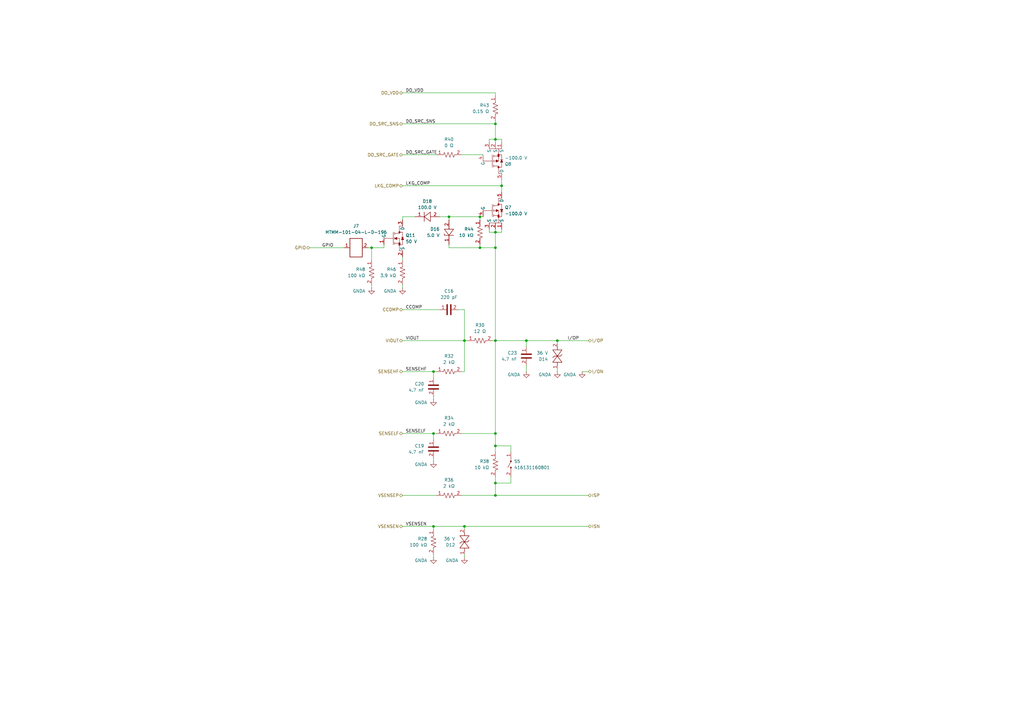
<source format=kicad_sch>
(kicad_sch (version 20250114) (generator "eeschema") (generator_version "9.0")
  (paper "A3")
  (lib_symbols
    (symbol "UNITED_CAPACITORS_DATA_BASE:C_CC0603JRNPO9BN221" (pin_names (offset 0.254))
      (property "Reference" "C" (at 0 5.08 0))
      (property "Value" "220 pF" (at 0 -5.08 0))
      (symbol "C_CC0603JRNPO9BN221_1_1"
        (pin unspecified line (at -3.81 0 0) (length 2.8) (name "") (number "1"))
        (pin unspecified line (at 3.81 0 180) (length 2.8) (name "") (number "2"))
      )
    )
    (symbol "UNITED_CAPACITORS_DATA_BASE:C_VJ0603Y472KXBAC" (pin_names (offset 0.254))
      (property "Reference" "C" (at 0 5.08 0))
      (property "Value" "4.7 nF" (at 0 -5.08 0))
      (symbol "C_VJ0603Y472KXBAC_1_1"
        (pin unspecified line (at -3.81 0 0) (length 2.8) (name "") (number "1"))
        (pin unspecified line (at 3.81 0 180) (length 2.8) (name "") (number "2"))
      )
    )
    (symbol "UNITED_CONNECTORS_DATA_BASE:J_MTMM-101-04-L-D-196" (pin_names (offset 0.254))
      (property "Reference" "J" (at 5.08 3.81 0))
      (property "Value" "MTMM-101-04-L-D-196" (at 5.08 -3.81 0))
      (symbol "J_MTMM-101-04-L-D-196_0_0"
        (pin unspecified line (at -5.08 0 0) (length 2.54) (name "") (number "1"))
        (pin unspecified line (at 5.08 0 180) (length 2.54) (name "") (number "2"))
      )
    )
    (symbol "UNITED_DIODES_DATA_BASE:D_ESD9M5.0ST5G" (pin_names (offset 0.254))
      (property "Reference" "D" (at 0 5.08 0))
      (property "Value" "5.0 V" (at 0 -5.08 0))
      (symbol "D_ESD9M5.0ST5G_1_0"
        (pin unspecified line (at -5.08 0 0) (length 3.81) (name "") (number "2"))
        (pin unspecified line (at 5.08 0 180) (length 3.81) (name "") (number "1"))
      )
    )
    (symbol "UNITED_DIODES_DATA_BASE:D_MSE1PB-M3-89A" (pin_names (offset 0.254))
      (property "Reference" "D" (at 0 5.08 0))
      (property "Value" "100.0 V" (at 0 -5.08 0))
      (symbol "D_MSE1PB-M3-89A_1_0"
        (pin unspecified line (at -5.08 0 0) (length 3.81) (name "") (number "2"))
        (pin unspecified line (at 5.08 0 180) (length 3.81) (name "") (number "1"))
      )
    )
    (symbol "UNITED_DIODES_DATA_BASE:D_SMBJ36CA" (pin_names (offset 0.254))
      (property "Reference" "D" (at 0 5.08 0))
      (property "Value" "36 V" (at 0 -5.08 0))
      (symbol "D_SMBJ36CA_1_0"
        (pin unspecified line (at -5.08 0 0) (length 1.27) (name "") (number "2"))
        (pin unspecified line (at 5.08 0 180) (length 1.27) (name "") (number "1"))
      )
    )
    (symbol "UNITED_DIP_SWITCHES_DATA_BASE:S_416131160801" (pin_names (offset 0.254))
      (property "Reference" "S" (at 0 2.54 0))
      (property "Value" "416131160801" (at 0 -2.54 0))
      (symbol "S_416131160801_0_0"
        (pin unspecified line (at -5.08 0 0) (length 2.54) (name "") (number "1"))
        (pin unspecified line (at 5.08 0 180) (length 2.54) (name "") (number "2"))
      )
    )
    (symbol "UNITED_RESISTORS_DATA_BASE:R_CRM1206-FX-R150ELF" (pin_names (offset 0.254))
      (property "Reference" "R" (at 0 2.54 0))
      (property "Value" "0.15 Ω" (at 0 -2.54 0))
      (symbol "R_CRM1206-FX-R150ELF_1_1"
        (pin unspecified line (at -5.08 0 0) (length 2.54) (name "") (number "1"))
        (pin unspecified line (at 5.08 0 180) (length 2.54) (name "") (number "2"))
      )
    )
    (symbol "UNITED_RESISTORS_DATA_BASE:R_ERJ-2GE0R00X" (pin_names (offset 0.254))
      (property "Reference" "R" (at 0 2.54 0))
      (property "Value" "0 Ω" (at 0 -2.54 0))
      (symbol "R_ERJ-2GE0R00X_1_1"
        (pin unspecified line (at -5.08 0 0) (length 2.54) (name "") (number "1"))
        (pin unspecified line (at 5.08 0 180) (length 2.54) (name "") (number "2"))
      )
    )
    (symbol "UNITED_RESISTORS_DATA_BASE:R_ERJ-2RKF1002X" (pin_names (offset 0.254))
      (property "Reference" "R" (at 0 2.54 0))
      (property "Value" "10 kΩ" (at 0 -2.54 0))
      (symbol "R_ERJ-2RKF1002X_1_1"
        (pin unspecified line (at -5.08 0 0) (length 2.54) (name "") (number "1"))
        (pin unspecified line (at 5.08 0 180) (length 2.54) (name "") (number "2"))
      )
    )
    (symbol "UNITED_RESISTORS_DATA_BASE:R_ERJ-2RKF2001X" (pin_names (offset 0.254))
      (property "Reference" "R" (at 0 2.54 0))
      (property "Value" "2 kΩ" (at 0 -2.54 0))
      (symbol "R_ERJ-2RKF2001X_1_1"
        (pin unspecified line (at -5.08 0 0) (length 2.54) (name "") (number "1"))
        (pin unspecified line (at 5.08 0 180) (length 2.54) (name "") (number "2"))
      )
    )
    (symbol "UNITED_RESISTORS_DATA_BASE:R_ERJ-2RKF3901X" (pin_names (offset 0.254))
      (property "Reference" "R" (at 0 2.54 0))
      (property "Value" "3.9 kΩ" (at 0 -2.54 0))
      (symbol "R_ERJ-2RKF3901X_1_1"
        (pin unspecified line (at -5.08 0 0) (length 2.54) (name "") (number "1"))
        (pin unspecified line (at 5.08 0 180) (length 2.54) (name "") (number "2"))
      )
    )
    (symbol "UNITED_RESISTORS_DATA_BASE:R_RMCF0402JT100K" (pin_names (offset 0.254))
      (property "Reference" "R" (at 0 2.54 0))
      (property "Value" "100 kΩ" (at 0 -2.54 0))
      (symbol "R_RMCF0402JT100K_1_1"
        (pin unspecified line (at -5.08 0 0) (length 2.54) (name "") (number "1"))
        (pin unspecified line (at 5.08 0 180) (length 2.54) (name "") (number "2"))
      )
    )
    (symbol "UNITED_RESISTORS_DATA_BASE:R_RNCF0603TKY2K00" (pin_names (offset 0.254))
      (property "Reference" "R" (at 0 2.54 0))
      (property "Value" "2 kΩ" (at 0 -2.54 0))
      (symbol "R_RNCF0603TKY2K00_1_1"
        (pin unspecified line (at -5.08 0 0) (length 2.54) (name "") (number "1"))
        (pin unspecified line (at 5.08 0 180) (length 2.54) (name "") (number "2"))
      )
    )
    (symbol "UNITED_RESISTORS_DATA_BASE:R_RT0805BRB0712RL" (pin_names (offset 0.254))
      (property "Reference" "R" (at 0 2.54 0))
      (property "Value" "12 Ω" (at 0 -2.54 0))
      (symbol "R_RT0805BRB0712RL_1_1"
        (pin unspecified line (at -5.08 0 0) (length 2.54) (name "") (number "1"))
        (pin unspecified line (at 5.08 0 180) (length 2.54) (name "") (number "2"))
      )
    )
    (symbol "UNITED_TRANSISTORS_DATA_BASE:Q_BSS138-7-F" (pin_names (offset 0.254))
      (property "Reference" "Q" (at 0 7.62 0))
      (property "Value" "50 V" (at 0 -7.62 0))
      (symbol "Q_BSS138-7-F_1_0"
        (pin unspecified line (at -7.62 1.27 0) (length 2.54) (name "D") (number "3"))
        (pin unspecified line (at 2.54 -6.35 180) (length 2.54) (name "G") (number "1"))
        (pin unspecified line (at 7.62 1.27 180) (length 2.54) (name "S") (number "2"))
      )
    )
    (symbol "UNITED_TRANSISTORS_DATA_BASE:Q_SI7113ADN-T1-GE3" (pin_names (offset 0.254))
      (property "Reference" "Q" (at 0 7.62 0))
      (property "Value" "-100.0 V" (at 0 -7.62 0))
      (symbol "Q_SI7113ADN-T1-GE3_1_0"
        (pin unspecified line (at -7.62 1.27 0) (length 2.54) (name "D") (number "5"))
        (pin unspecified line (at 2.54 -6.35 180) (length 2.54) (name "G") (number "4"))
        (pin unspecified line (at 7.62 1.27 180) (length 2.54) (name "S") (number "1"))
        (pin unspecified line (at 7.62 -1.27 180) (length 2.54) (name "S") (number "2"))
        (pin unspecified line (at 7.62 -3.81 180) (length 2.54) (name "S") (number "3"))
      )
    )
    (symbol "power:GNDA" (power) (pin_numbers (hide yes)) (pin_names (offset 0) (hide yes))
      (property "Value" "GNDA" (at 0 -3.81 0))
      (symbol "GNDA_1_1"
        (pin power_in line (at 0 0 270) (length 0) (name "~") (number "1"))
      )
    )
  )
  (junction (at 177.8 215.9))
  (junction (at 203.2 57.15))
  (junction (at 196.85 88.9))
  (junction (at 190.5 139.7))
  (junction (at 205.74 76.2))
  (junction (at 203.2 198.12))
  (junction (at 203.2 139.7))
  (junction (at 203.2 101.6))
  (junction (at 177.8 152.4))
  (junction (at 203.2 177.8))
  (junction (at 228.6 139.7))
  (junction (at 184.15 88.9))
  (junction (at 215.9 139.7))
  (junction (at 196.85 101.6))
  (junction (at 190.5 215.9))
  (junction (at 203.2 203.2))
  (junction (at 152.4 101.6))
  (junction (at 203.2 50.8))
  (junction (at 203.2 95.25))
  (junction (at 203.2 182.88))
  (junction (at 177.8 177.8))
  (wire (pts (xy 165.1 215.9) (xy 177.8 215.9)))
  (wire (pts (xy 184.15 90.17) (xy 184.15 88.9)))
  (wire (pts (xy 127 101.6) (xy 140.97 101.6)))
  (wire (pts (xy 165.1 105.41) (xy 165.1 106.68)))
  (wire (pts (xy 203.2 95.25) (xy 203.2 101.6)))
  (wire (pts (xy 165.1 127) (xy 180.34 127)))
  (wire (pts (xy 200.66 93.98) (xy 200.66 95.25)))
  (wire (pts (xy 209.55 185.42) (xy 209.55 182.88)))
  (wire (pts (xy 190.5 139.7) (xy 191.77 139.7)))
  (wire (pts (xy 200.66 57.15) (xy 203.2 57.15)))
  (wire (pts (xy 190.5 215.9) (xy 190.5 217.17)))
  (wire (pts (xy 205.74 93.98) (xy 205.74 95.25)))
  (wire (pts (xy 203.2 198.12) (xy 209.55 198.12)))
  (wire (pts (xy 196.85 100.33) (xy 196.85 101.6)))
  (wire (pts (xy 177.8 215.9) (xy 190.5 215.9)))
  (wire (pts (xy 203.2 101.6) (xy 203.2 139.7)))
  (wire (pts (xy 177.8 227.33) (xy 177.8 228.6)))
  (wire (pts (xy 165.1 38.1) (xy 203.2 38.1)))
  (wire (pts (xy 177.8 177.8) (xy 179.07 177.8)))
  (wire (pts (xy 165.1 50.8) (xy 203.2 50.8)))
  (wire (pts (xy 165.1 90.17) (xy 165.1 88.9)))
  (wire (pts (xy 189.23 203.2) (xy 203.2 203.2)))
  (wire (pts (xy 152.4 101.6) (xy 152.4 106.68)))
  (wire (pts (xy 200.66 95.25) (xy 203.2 95.25)))
  (wire (pts (xy 190.5 215.9) (xy 241.3 215.9)))
  (wire (pts (xy 201.93 139.7) (xy 203.2 139.7)))
  (wire (pts (xy 165.1 63.5) (xy 179.07 63.5)))
  (wire (pts (xy 228.6 139.7) (xy 228.6 140.97)))
  (wire (pts (xy 203.2 49.53) (xy 203.2 50.8)))
  (wire (pts (xy 215.9 139.7) (xy 215.9 142.24)))
  (wire (pts (xy 203.2 177.8) (xy 203.2 182.88)))
  (wire (pts (xy 157.48 101.6) (xy 157.48 100.33)))
  (wire (pts (xy 203.2 39.37) (xy 203.2 38.1)))
  (wire (pts (xy 200.66 58.42) (xy 200.66 57.15)))
  (wire (pts (xy 209.55 195.58) (xy 209.55 198.12)))
  (wire (pts (xy 184.15 101.6) (xy 196.85 101.6)))
  (wire (pts (xy 215.9 139.7) (xy 228.6 139.7)))
  (wire (pts (xy 196.85 90.17) (xy 196.85 88.9)))
  (wire (pts (xy 165.1 76.2) (xy 205.74 76.2)))
  (wire (pts (xy 203.2 182.88) (xy 209.55 182.88)))
  (wire (pts (xy 187.96 127) (xy 190.5 127)))
  (wire (pts (xy 203.2 182.88) (xy 203.2 185.42)))
  (wire (pts (xy 203.2 95.25) (xy 203.2 93.98)))
  (wire (pts (xy 180.34 88.9) (xy 184.15 88.9)))
  (wire (pts (xy 215.9 149.86) (xy 215.9 152.4)))
  (wire (pts (xy 177.8 154.94) (xy 177.8 152.4)))
  (wire (pts (xy 189.23 152.4) (xy 190.5 152.4)))
  (wire (pts (xy 151.13 101.6) (xy 152.4 101.6)))
  (wire (pts (xy 190.5 227.33) (xy 190.5 228.6)))
  (wire (pts (xy 177.8 215.9) (xy 177.8 217.17)))
  (wire (pts (xy 205.74 73.66) (xy 205.74 76.2)))
  (wire (pts (xy 177.8 162.56) (xy 177.8 163.83)))
  (wire (pts (xy 205.74 57.15) (xy 203.2 57.15)))
  (wire (pts (xy 165.1 152.4) (xy 177.8 152.4)))
  (wire (pts (xy 165.1 203.2) (xy 179.07 203.2)))
  (wire (pts (xy 177.8 177.8) (xy 177.8 180.34)))
  (wire (pts (xy 152.4 101.6) (xy 157.48 101.6)))
  (wire (pts (xy 184.15 100.33) (xy 184.15 101.6)))
  (wire (pts (xy 165.1 116.84) (xy 165.1 118.11)))
  (wire (pts (xy 189.23 63.5) (xy 198.12 63.5)))
  (wire (pts (xy 203.2 177.8) (xy 189.23 177.8)))
  (wire (pts (xy 238.76 152.4) (xy 241.3 152.4)))
  (wire (pts (xy 203.2 195.58) (xy 203.2 198.12)))
  (wire (pts (xy 196.85 101.6) (xy 203.2 101.6)))
  (wire (pts (xy 203.2 139.7) (xy 203.2 177.8)))
  (wire (pts (xy 205.74 95.25) (xy 203.2 95.25)))
  (wire (pts (xy 205.74 76.2) (xy 205.74 78.74)))
  (wire (pts (xy 203.2 139.7) (xy 215.9 139.7)))
  (wire (pts (xy 203.2 57.15) (xy 203.2 58.42)))
  (wire (pts (xy 205.74 58.42) (xy 205.74 57.15)))
  (wire (pts (xy 165.1 177.8) (xy 177.8 177.8)))
  (wire (pts (xy 165.1 88.9) (xy 170.18 88.9)))
  (wire (pts (xy 228.6 139.7) (xy 241.3 139.7)))
  (wire (pts (xy 203.2 57.15) (xy 203.2 50.8)))
  (wire (pts (xy 177.8 152.4) (xy 179.07 152.4)))
  (wire (pts (xy 196.85 88.9) (xy 198.12 88.9)))
  (wire (pts (xy 190.5 139.7) (xy 190.5 152.4)))
  (wire (pts (xy 152.4 116.84) (xy 152.4 118.11)))
  (wire (pts (xy 190.5 127) (xy 190.5 139.7)))
  (wire (pts (xy 184.15 88.9) (xy 196.85 88.9)))
  (wire (pts (xy 177.8 187.96) (xy 177.8 189.23)))
  (wire (pts (xy 165.1 139.7) (xy 190.5 139.7)))
  (wire (pts (xy 203.2 203.2) (xy 241.3 203.2)))
  (wire (pts (xy 203.2 198.12) (xy 203.2 203.2)))
  (wire (pts (xy 228.6 151.13) (xy 228.6 152.4)))
  (label "LKG_COMP" (at 166.37 76.2 0))
  (label "SENSEHF" (at 166.37 152.4 0))
  (label "CCOMP" (at 166.37 127 0))
  (label "DO_SRC_GATE" (at 166.37 63.5 0))
  (label "VIOUT" (at 166.37 139.7 0))
  (label "DO_VDD" (at 166.37 38.1 0))
  (label "I{slash}OP" (at 237.49 139.7 180))
  (label "SENSELF" (at 166.37 177.8 0))
  (label "GPIO" (at 132.08 101.6 0))
  (label "DO_SRC_SNS" (at 166.37 50.8 0))
  (label "VSENSEN" (at 166.37 215.9 0))
  (hierarchical_label "ISP" (shape bidirectional) (at 241.3 203.2 0))
  (hierarchical_label "LKG_COMP" (shape bidirectional) (at 165.1 76.2 180))
  (hierarchical_label "SENSEHF" (shape bidirectional) (at 165.1 152.4 180))
  (hierarchical_label "DO_SRC_GATE" (shape bidirectional) (at 165.1 63.5 180))
  (hierarchical_label "VSENSEN" (shape bidirectional) (at 165.1 215.9 180))
  (hierarchical_label "VSENSEP" (shape bidirectional) (at 165.1 203.2 180))
  (hierarchical_label "GPIO" (shape bidirectional) (at 127 101.6 180))
  (hierarchical_label "ISN" (shape bidirectional) (at 241.3 215.9 0))
  (hierarchical_label "CCOMP" (shape bidirectional) (at 165.1 127 180))
  (hierarchical_label "I{slash}ON" (shape bidirectional) (at 241.3 152.4 0))
  (hierarchical_label "SENSELF" (shape bidirectional) (at 165.1 177.8 180))
  (hierarchical_label "VIOUT" (shape bidirectional) (at 165.1 139.7 180))
  (hierarchical_label "DO_VDD" (shape bidirectional) (at 165.1 38.1 180))
  (hierarchical_label "DO_SRC_SNS" (shape bidirectional) (at 165.1 50.8 180))
  (hierarchical_label "I{slash}OP" (shape bidirectional) (at 241.3 139.7 0))
  (symbol (lib_id "power:GNDA") (at 228.6 152.4 0) (unit 1)
    (property "Reference" "#PWR022" (effects (hide yes)))
    (property "Value" "GNDA" (at 226.06 153.6699 0) (effects (justify right)))
    (property "Description" "Power symbol creates a global label with name \"GNDA\" , analog ground" (effects (hide yes)))
    (instances (project "minimal_ad74416h" (path "" (reference "#PWR023") (unit 1)) (path "" (reference "#PWR022") (unit 1)) (path "" (reference "#PWR025") (unit 1)) (path "" (reference "#PWR024") (unit 1))))
  )
  (symbol (lib_id "UNITED_CAPACITORS_DATA_BASE:C_VJ0603Y472KXBAC") (at 177.8 158.75 270) (unit 1)
    (property "Reference" "C7" (at 173.99 157.4799 90) (effects (justify right)))
    (property "Value" "4.7 nF" (at 173.99 160.0199 90) (effects (justify right)))
    (property "Footprint" "capacitor_footprints:C_0603_1608Metric" (effects (hide yes)))
    (property "Datasheet" "https://www.vishay.com/docs/45199/vjcommercialseries.pdf" (effects (hide yes)))
    (property "Description" "CAP SMD 4.7 nF X7R 10% 0603 100V" (effects (hide yes)))
    (property "Capacitor Type" "Ceramic" (effects (hide yes)))
    (property "Case Code - in" "0603" (effects (hide yes)))
    (property "Case Code - mm" "1608" (effects (hide yes)))
    (property "Dielectric" "X7R" (effects (hide yes)))
    (property "MPN" "VJ0603Y472KXBAC" (effects (hide yes)))
    (property "Manufacturer" "Vishay" (effects (hide yes)))
    (property "Series" "VJ0603Y" (effects (hide yes)))
    (property "Symbol Name" "C_VJ0603Y472KXBAC" (effects (hide yes)))
    (property "Tolerance" "10%" (effects (hide yes)))
    (property "Trustedparts Search" "https://www.trustedparts.com/en/search/CL31/VJ0603Y472KXBAC" (effects (hide yes)))
    (property "Voltage Rating" "100V" (effects (hide yes)))
    (instances (project "minimal_ad74416h" (path "" (reference "C20") (unit 1)) (path "" (reference "C7") (unit 1)) (path "" (reference "C8") (unit 1)) (path "" (reference "C21") (unit 1))))
  )
  (symbol (lib_id "power:GNDA") (at 215.9 152.4 0) (unit 1)
    (property "Reference" "#PWR018" (effects (hide yes)))
    (property "Value" "GNDA" (at 213.36 153.6699 0) (effects (justify right)))
    (property "Description" "Power symbol creates a global label with name \"GNDA\" , analog ground" (effects (hide yes)))
    (instances (project "minimal_ad74416h" (path "" (reference "#PWR019") (unit 1)) (path "" (reference "#PWR018") (unit 1)) (path "" (reference "#PWR021") (unit 1)) (path "" (reference "#PWR020") (unit 1))))
  )
  (symbol (lib_id "power:GNDA") (at 177.8 228.6 0) (unit 1)
    (property "Reference" "#PWR026" (effects (hide yes)))
    (property "Value" "GNDA" (at 175.26 229.8699 0) (effects (justify right)))
    (property "Description" "Power symbol creates a global label with name \"GNDA\" , analog ground" (effects (hide yes)))
    (instances (project "minimal_ad74416h" (path "" (reference "#PWR027") (unit 1)) (path "" (reference "#PWR026") (unit 1)) (path "" (reference "#PWR029") (unit 1)) (path "" (reference "#PWR028") (unit 1))))
  )
  (symbol (lib_id "power:GNDA") (at 177.8 163.83 0) (unit 1)
    (property "Reference" "#PWR010" (effects (hide yes)))
    (property "Value" "GNDA" (at 175.26 165.0999 0) (effects (justify right)))
    (property "Description" "Power symbol creates a global label with name \"GNDA\" , analog ground" (effects (hide yes)))
    (instances (project "minimal_ad74416h" (path "" (reference "#PWR011") (unit 1)) (path "" (reference "#PWR010") (unit 1)) (path "" (reference "#PWR013") (unit 1)) (path "" (reference "#PWR012") (unit 1))))
  )
  (symbol (lib_id "UNITED_CAPACITORS_DATA_BASE:C_VJ0603Y472KXBAC") (at 215.9 146.05 270) (unit 1)
    (property "Reference" "C4" (at 212.09 144.7799 90) (effects (justify right)))
    (property "Value" "4.7 nF" (at 212.09 147.3199 90) (effects (justify right)))
    (property "Footprint" "capacitor_footprints:C_0603_1608Metric" (effects (hide yes)))
    (property "Datasheet" "https://www.vishay.com/docs/45199/vjcommercialseries.pdf" (effects (hide yes)))
    (property "Description" "CAP SMD 4.7 nF X7R 10% 0603 100V" (effects (hide yes)))
    (property "Capacitor Type" "Ceramic" (effects (hide yes)))
    (property "Case Code - in" "0603" (effects (hide yes)))
    (property "Case Code - mm" "1608" (effects (hide yes)))
    (property "Dielectric" "X7R" (effects (hide yes)))
    (property "MPN" "VJ0603Y472KXBAC" (effects (hide yes)))
    (property "Manufacturer" "Vishay" (effects (hide yes)))
    (property "Series" "VJ0603Y" (effects (hide yes)))
    (property "Symbol Name" "C_VJ0603Y472KXBAC" (effects (hide yes)))
    (property "Tolerance" "10%" (effects (hide yes)))
    (property "Trustedparts Search" "https://www.trustedparts.com/en/search/CL31/VJ0603Y472KXBAC" (effects (hide yes)))
    (property "Voltage Rating" "100V" (effects (hide yes)))
    (instances (project "minimal_ad74416h" (path "" (reference "C23") (unit 1)) (path "" (reference "C4") (unit 1)) (path "" (reference "C5") (unit 1)) (path "" (reference "C24") (unit 1))))
  )
  (symbol (lib_id "UNITED_TRANSISTORS_DATA_BASE:Q_SI7113ADN-T1-GE3") (at 204.47 86.36 270) (unit 1)
    (property "Reference" "Q3" (at 207.01 85.0899 90) (effects (justify left)))
    (property "Value" "-100.0 V" (at 207.01 87.6299 90) (effects (justify left)))
    (property "Footprint" "transistor_footprints:PowerPAK 1212-8" (effects (hide yes)))
    (property "Datasheet" "https://www.vishay.com/docs/77678/si7113adn.pdf" (effects (hide yes)))
    (property "Description" "Transistor -100.0 V" (effects (hide yes)))
    (property "Drain Current (A)" "-10.8" (effects (hide yes)))
    (property "MPN" "SI7113ADN-T1-GE3" (effects (hide yes)))
    (property "Manufacturer" "Vishay Semiconductors" (effects (hide yes)))
    (property "Series" "SI7113ADN-T1-GE3" (effects (hide yes)))
    (property "Symbol Name" "Q_SI7113ADN-T1-GE3" (effects (hide yes)))
    (property "Transistor Type" "P-Channel" (effects (hide yes)))
    (property "Trustedparts Search" "https://www.trustedparts.com/en/search/SI7113ADN-T1-GE3" (effects (hide yes)))
    (instances (project "" (path "" (reference "Q7") (unit 1)) (path "" (reference "Q3") (unit 1)) (path "" (reference "Q6") (unit 1)) (path "" (reference "Q10") (unit 1))))
  )
  (symbol (lib_id "UNITED_RESISTORS_DATA_BASE:R_RT0805BRB0712RL") (at 196.85 139.7 0) (unit 1)
    (property "Reference" "R24" (at 196.85 133.35 0))
    (property "Value" "12 Ω" (at 196.85 135.89 0))
    (property "Footprint" "resistor_footprints:R_0805_2012Metric" (effects (hide yes)))
    (property "Datasheet" "https://www.yageo.com/en/ProductSearch/PartNumberSearch?part_number=RT0805BRB0712RL" (effects (hide yes)))
    (property "Description" "RES SMD 12 Ω 0.1% 0805 150V" (effects (hide yes)))
    (property "Case Code - in" "0805" (effects (hide yes)))
    (property "Case Code - mm" "2012" (effects (hide yes)))
    (property "Component Type" "Resistor" (effects (hide yes)))
    (property "MPN" "RT0805BRB0712RL" (effects (hide yes)))
    (property "Manufacturer" "Yageo" (effects (hide yes)))
    (property "Series" "RT0805BRB07" (effects (hide yes)))
    (property "Symbol Name" "R_RT0805BRB0712RL" (effects (hide yes)))
    (property "Temperature Coefficient" "10 ppm/°C" (effects (hide yes)))
    (property "Tolerance" "0.1%" (effects (hide yes)))
    (property "Trustedparts Search" "https://www.trustedparts.com/en/search/RT0805BRB0712RL" (effects (hide yes)))
    (property "Voltage Rating" "150V" (effects (hide yes)))
    (instances (project "minimal_ad74416h" (path "" (reference "R30") (unit 1)) (path "" (reference "R24") (unit 1)) (path "" (reference "R25") (unit 1)) (path "" (reference "R31") (unit 1))))
  )
  (symbol (lib_id "UNITED_RESISTORS_DATA_BASE:R_ERJ-2GE0R00X") (at 184.15 63.5 0) (unit 1)
    (property "Reference" "R7" (at 184.15 57.15 0))
    (property "Value" "0 Ω" (at 184.15 59.69 0))
    (property "Footprint" "resistor_footprints:R_0402_1005Metric" (effects (hide yes)))
    (property "Datasheet" "https://industrial.panasonic.com/cdbs/www-data/pdf/RDA0000/AOA0000C301.pdf" (effects (hide yes)))
    (property "Description" "RES SMD 0 Ω 5% 0402 50V" (effects (hide yes)))
    (property "Case Code - in" "0402" (effects (hide yes)))
    (property "Case Code - mm" "1005" (effects (hide yes)))
    (property "Component Type" "Resistor" (effects (hide yes)))
    (property "MPN" "ERJ-2GE0R00X" (effects (hide yes)))
    (property "Manufacturer" "Panasonic" (effects (hide yes)))
    (property "Series" "ERJ-2GE0" (effects (hide yes)))
    (property "Symbol Name" "R_ERJ-2GE0R00X" (effects (hide yes)))
    (property "Temperature Coefficient" "200 ppm/°C" (effects (hide yes)))
    (property "Tolerance" "5%" (effects (hide yes)))
    (property "Trustedparts Search" "https://www.trustedparts.com/en/search/ERJ-2GE0R00X" (effects (hide yes)))
    (property "Voltage Rating" "50V" (effects (hide yes)))
    (instances (project "" (path "" (reference "R40") (unit 1)) (path "" (reference "R7") (unit 1)) (path "" (reference "R12") (unit 1)) (path "" (reference "R45") (unit 1))))
  )
  (symbol (lib_id "UNITED_DIP_SWITCHES_DATA_BASE:S_416131160801") (at 209.55 190.5 90) (mirror x) (unit 1)
    (property "Reference" "S3" (at 210.82 189.2299 90) (effects (justify right)))
    (property "Value" "416131160801" (at 210.82 191.7699 90) (effects (justify right)))
    (property "Footprint" "dip_switches_footprints:416131160801" (effects (hide yes)))
    (property "Datasheet" "https://www.we-online.com/components/products/datasheet/416131160801.pdf" (effects (hide yes)))
    (property "Description" "Wurth Elektronik Vertical mounting,  Surface Mount," (effects (hide yes)))
    (property "Color" "Black" (effects (hide yes)))
    (property "Contact Plating" "Tin" (effects (hide yes)))
    (property "Current Rating (A)" "5.2" (effects (hide yes)))
    (property "MPN" "416131160801" (effects (hide yes)))
    (property "Manufacturer" "Wurth Elektronik" (effects (hide yes)))
    (property "Mounting Angle" "Vertical" (effects (hide yes)))
    (property "Mounting Style" "Surface Mount" (effects (hide yes)))
    (property "Number of Rows" "2" (effects (hide yes)))
    (property "Pin Count" "1" (effects (hide yes)))
    (property "Pitch (mm)" "2.0" (effects (hide yes)))
    (property "Series" "416131160801" (effects (hide yes)))
    (property "Symbol Name" "S_416131160801" (effects (hide yes)))
    (property "Trustedparts Search" "https://www.trustedparts.com/en/search/416131160801" (effects (hide yes)))
    (property "Voltage Rating (V)" "300" (effects (hide yes)))
    (instances (project "" (path "" (reference "S5") (unit 1)) (path "" (reference "S3") (unit 1)) (path "" (reference "S4") (unit 1)) (path "" (reference "S6") (unit 1))))
  )
  (symbol (lib_id "UNITED_DIODES_DATA_BASE:D_ESD9M5.0ST5G") (at 184.15 95.25 270) (unit 1)
    (property "Reference" "D6" (at 180.34 93.9799 90) (effects (justify right)))
    (property "Value" "5.0 V" (at 180.34 96.5199 90) (effects (justify right)))
    (property "Footprint" "diode_footprints:SOD323" (effects (hide yes)))
    (property "Datasheet" "https://www.onsemi.com/download/data-sheet/pdf/esd9m5.0s-d.pdf" (effects (hide yes)))
    (property "Description" "Unidirectional TVS SMD 5.0 V" (effects (hide yes)))
    (property "Diode Type" "Unidirectional TVS" (effects (hide yes)))
    (property "MPN" "ESD9M5.0ST5G" (effects (hide yes)))
    (property "Manufacturer" "Onsemi" (effects (hide yes)))
    (property "Maximum DC Current (A)" "0.0" (effects (hide yes)))
    (property "Series" "ESD9M5.0ST5G" (effects (hide yes)))
    (property "Symbol Name" "D_ESD9M5.0ST5G" (effects (hide yes)))
    (property "Trustedparts Search" "https://www.trustedparts.com/en/search/ESD9M5.0ST5G" (effects (hide yes)))
    (instances (project "" (path "" (reference "D16") (unit 1)) (path "" (reference "D6") (unit 1)) (path "" (reference "D7") (unit 1)) (path "" (reference "D17") (unit 1))))
  )
  (symbol (lib_id "UNITED_RESISTORS_DATA_BASE:R_ERJ-2RKF2001X") (at 184.15 203.2 0) (unit 1)
    (property "Reference" "R18" (at 184.15 196.85 0))
    (property "Value" "2 kΩ" (at 184.15 199.39 0))
    (property "Footprint" "resistor_footprints:R_0402_1005Metric" (effects (hide yes)))
    (property "Datasheet" "https://industrial.panasonic.com/cdbs/www-data/pdf/RDA0000/AOA0000C304.pdf" (effects (hide yes)))
    (property "Description" "RES SMD 2 kΩ 1% 0402 50V" (effects (hide yes)))
    (property "Case Code - in" "0402" (effects (hide yes)))
    (property "Case Code - mm" "1005" (effects (hide yes)))
    (property "Component Type" "Resistor" (effects (hide yes)))
    (property "MPN" "ERJ-2RKF2001X" (effects (hide yes)))
    (property "Manufacturer" "Panasonic" (effects (hide yes)))
    (property "Series" "ERJ-2RKF" (effects (hide yes)))
    (property "Symbol Name" "R_ERJ-2RKF2001X" (effects (hide yes)))
    (property "Temperature Coefficient" "100 ppm/°C" (effects (hide yes)))
    (property "Tolerance" "1%" (effects (hide yes)))
    (property "Trustedparts Search" "https://www.trustedparts.com/en/search/ERJ-2RKF2001X" (effects (hide yes)))
    (property "Voltage Rating" "50V" (effects (hide yes)))
    (instances (project "minimal_ad74416h" (path "" (reference "R36") (unit 1)) (path "" (reference "R18") (unit 1)) (path "" (reference "R19") (unit 1)) (path "" (reference "R37") (unit 1))))
  )
  (symbol (lib_id "UNITED_RESISTORS_DATA_BASE:R_ERJ-2RKF1002X") (at 196.85 95.25 90) (mirror x) (unit 1)
    (property "Reference" "R11" (at 194.31 93.9799 90) (effects (justify left)))
    (property "Value" "10 kΩ" (at 194.31 96.5199 90) (effects (justify left)))
    (property "Footprint" "resistor_footprints:R_0402_1005Metric" (effects (hide yes)))
    (property "Datasheet" "https://industrial.panasonic.com/cdbs/www-data/pdf/RDA0000/AOA0000C304.pdf" (effects (hide yes)))
    (property "Description" "RES SMD 10 kΩ 1% 0402 50V" (effects (hide yes)))
    (property "MPN" "ERJ-2RKF1002X" (effects (hide yes)))
    (property "Voltage Rating" "50V" (effects (hide yes)))
    (property "Manufacturer" "Panasonic" (effects (hide yes)))
    (property "Tolerance" "1%" (effects (hide yes)))
    (property "Symbol Name" "R_ERJ-2RKF1002X" (effects (hide yes)))
    (property "Case Code - in" "0402" (effects (hide yes)))
    (property "Case Code - mm" "1005" (effects (hide yes)))
    (property "Series" "ERJ-2RKF" (effects (hide yes)))
    (property "Temperature Coefficient" "100 ppm/°C" (effects (hide yes)))
    (property "Trustedparts Search" "https://www.trustedparts.com/en/search/ERJ-2RKF1002X" (effects (hide yes)))
    (property "3dviewer Link" "https://3dviewer.net/index.html#model=https://github.com/ionutms/KiCAD_Symbols_Generator/blob/main/3D_models/R_0402.step" (effects (hide yes)))
    (property "Component Type" "Resistor" (effects (hide yes)))
    (instances (project "minimal_ad74416h" (path "" (reference "R44") (unit 1)) (path "" (reference "R11") (unit 1)) (path "" (reference "R8") (unit 1)) (path "" (reference "R41") (unit 1))))
  )
  (symbol (lib_id "UNITED_TRANSISTORS_DATA_BASE:Q_BSS138-7-F") (at 163.83 97.79 270) (unit 1)
    (property "Reference" "Q1" (at 166.37 96.5199 90) (effects (justify left)))
    (property "Value" "50 V" (at 166.37 99.0599 90) (effects (justify left)))
    (property "Footprint" "transistor_footprints:SOT23-3" (effects (hide yes)))
    (property "Datasheet" "https://www.diodes.com/datasheet/download/BSS138.pdf" (effects (hide yes)))
    (property "Description" "Transistor 50 V" (effects (hide yes)))
    (property "Drain Current (A)" "0.2" (effects (hide yes)))
    (property "MPN" "BSS138-7-F" (effects (hide yes)))
    (property "Manufacturer" "Diodes Incorporated" (effects (hide yes)))
    (property "Series" "BSS138-7-F" (effects (hide yes)))
    (property "Symbol Name" "Q_BSS138-7-F" (effects (hide yes)))
    (property "Transistor Type" "N-Channel" (effects (hide yes)))
    (property "Trustedparts Search" "https://www.trustedparts.com/en/search/BSS138-7-F" (effects (hide yes)))
    (instances (project "" (path "" (reference "Q11") (unit 1)) (path "" (reference "Q1") (unit 1)) (path "" (reference "Q2") (unit 1)) (path "" (reference "Q12") (unit 1))))
  )
  (symbol (lib_id "UNITED_RESISTORS_DATA_BASE:R_CRM1206-FX-R150ELF") (at 203.2 44.45 90) (mirror x) (unit 1)
    (property "Reference" "R10" (at 200.66 43.1799 90) (effects (justify left)))
    (property "Value" "0.15 Ω" (at 200.66 45.7199 90) (effects (justify left)))
    (property "Footprint" "resistor_footprints:R_1206_3216Metric" (effects (hide yes)))
    (property "Datasheet" "https://bourns.com/docs/product-datasheets/crm0805_1206_2010.pdf?sfvrsn=a50d66f6_11" (effects (hide yes)))
    (property "Description" "RES SMD 0.15 Ω 1% 1206 200" (effects (hide yes)))
    (property "Case Code - in" "1206" (effects (hide yes)))
    (property "Case Code - mm" "3216" (effects (hide yes)))
    (property "Component Type" "Resistor" (effects (hide yes)))
    (property "MPN" "CRM1206-FX-R150ELF" (effects (hide yes)))
    (property "Manufacturer" "Bourns" (effects (hide yes)))
    (property "Series" "CRM1206-FX-" (effects (hide yes)))
    (property "Symbol Name" "R_CRM1206-FX-R150ELF" (effects (hide yes)))
    (property "Temperature Coefficient" "100 ppm/°C" (effects (hide yes)))
    (property "Tolerance" "1%" (effects (hide yes)))
    (property "Trustedparts Search" "https://www.trustedparts.com/en/search/CRM1206-FX-R150ELF" (effects (hide yes)))
    (property "Voltage Rating" "200" (effects (hide yes)))
    (instances (project "" (path "" (reference "R43") (unit 1)) (path "" (reference "R10") (unit 1)) (path "" (reference "R9") (unit 1)) (path "" (reference "R42") (unit 1))))
  )
  (symbol (lib_id "UNITED_DIODES_DATA_BASE:D_MSE1PB-M3-89A") (at 175.26 88.9 0) (mirror y) (unit 1)
    (property "Reference" "D3" (at 175.26 82.55 0))
    (property "Value" "100.0 V" (at 175.26 85.09 0))
    (property "Footprint" "diode_footprints:DO-219AD" (effects (hide yes)))
    (property "Datasheet" "https://www.vishay.com/docs/89067/mse1pj.pdf" (effects (hide yes)))
    (property "Description" "Rectifier SMD 100.0 V" (effects (hide yes)))
    (property "Diode Type" "Rectifier" (effects (hide yes)))
    (property "MPN" "MSE1PB-M3/89A" (effects (hide yes)))
    (property "Manufacturer" "Vishay" (effects (hide yes)))
    (property "Maximum DC Current (A)" "1.0" (effects (hide yes)))
    (property "Series" "MSE1PB-M3/89A" (effects (hide yes)))
    (property "Symbol Name" "D_MSE1PB-M3-89A" (effects (hide yes)))
    (property "Trustedparts Search" "https://www.trustedparts.com/en/search/MSE1PB-M3/89A" (effects (hide yes)))
    (instances (project "" (path "" (reference "D18") (unit 1)) (path "" (reference "D3") (unit 1)) (path "" (reference "D4") (unit 1)) (path "" (reference "D19") (unit 1))))
  )
  (symbol (lib_id "UNITED_CAPACITORS_DATA_BASE:C_CC0603JRNPO9BN221") (at 184.15 127 0) (unit 1)
    (property "Reference" "C10" (at 184.15 119.38 0))
    (property "Value" "220 pF" (at 184.15 121.92 0))
    (property "Footprint" "capacitor_footprints:C_0603_1608Metric" (effects (hide yes)))
    (property "Datasheet" "https://www.yageo.com/en/Chart/Download/pdf/CC0603JRNPO9BN221" (effects (hide yes)))
    (property "Description" "CAP SMD 220 pF C0G (NP0) 5% 0603 50V" (effects (hide yes)))
    (property "Capacitor Type" "Ceramic" (effects (hide yes)))
    (property "Case Code - in" "0603" (effects (hide yes)))
    (property "Case Code - mm" "1608" (effects (hide yes)))
    (property "Dielectric" "C0G (NP0)" (effects (hide yes)))
    (property "MPN" "CC0603JRNPO9BN221" (effects (hide yes)))
    (property "Manufacturer" "YAGEO" (effects (hide yes)))
    (property "Series" "CC0603JRNPO9BN" (effects (hide yes)))
    (property "Symbol Name" "C_CC0603JRNPO9BN221" (effects (hide yes)))
    (property "Tolerance" "5%" (effects (hide yes)))
    (property "Trustedparts Search" "https://www.trustedparts.com/en/search/CC0603JRNPO9BN221" (effects (hide yes)))
    (property "Voltage Rating" "50V" (effects (hide yes)))
    (instances (project "" (path "" (reference "C16") (unit 1)) (path "" (reference "C10") (unit 1)) (path "" (reference "C11") (unit 1)) (path "" (reference "C17") (unit 1))))
  )
  (symbol (lib_id "UNITED_CONNECTORS_DATA_BASE:J_MTMM-101-04-L-D-196") (at 146.05 101.6 0) (mirror x) (unit 1)
    (property "Reference" "J1" (at 146.05 92.71 0))
    (property "Value" "MTMM-101-04-L-D-196" (at 146.05 95.25 0))
    (property "Footprint" "connector_footprints:MTMM-101-04-L-D-196" (effects (hide yes)))
    (property "Datasheet" "https://suddendocs.samtec.com/catalog_english/mtmm_th.pdf?_gl=1*10xs2wh*_gcl_au*OTQ3NjE2MTIwLjE3NTQ5MDMyODE.*_ga*NzIxODQzNjU3LjE3NTQ5MDMyODI.*_ga_3KFNZC07WW*czE3NTQ5MDMyODEkbzEkZzEkdDE3NTQ5MDYwODAkajYwJGwwJGgw" (effects (hide yes)))
    (property "Description" "Samtec MTMM-1xx-04-L-D-196 series,  1 positions connector,  2.0 mm pitch,  Black,  Vertical mounting,  5.2 A,  300 V,  Through Hole,  Tin plated" (effects (hide yes)))
    (property "Color" "Black" (effects (hide yes)))
    (property "Contact Plating" "Tin" (effects (hide yes)))
    (property "Current Rating (A)" "5.2" (effects (hide yes)))
    (property "MPN" "MTMM-101-04-L-D-196" (effects (hide yes)))
    (property "Manufacturer" "Samtec" (effects (hide yes)))
    (property "Mounting Angle" "Vertical" (effects (hide yes)))
    (property "Mounting Style" "Through Hole" (effects (hide yes)))
    (property "Number of Rows" "2" (effects (hide yes)))
    (property "Pin Count" "1" (effects (hide yes)))
    (property "Pitch (mm)" "2.0" (effects (hide yes)))
    (property "Series" "MTMM-1xx-04-L-D-196" (effects (hide yes)))
    (property "Symbol Name" "J_MTMM-101-04-L-D-196" (effects (hide yes)))
    (property "Trustedparts Search" "https://www.trustedparts.com/en/search/MTMM-101-04-L-D-196" (effects (hide yes)))
    (property "Voltage Rating (V)" "300" (effects (hide yes)))
    (instances (project "minimal_ad74416h" (path "" (reference "J7") (unit 1)) (path "" (reference "J1") (unit 1)) (path "" (reference "J2") (unit 1)) (path "" (reference "J8") (unit 1))))
  )
  (symbol (lib_id "power:GNDA") (at 152.4 118.11 0) (unit 1)
    (property "Reference" "#PWR038" (effects (hide yes)))
    (property "Value" "GNDA" (at 149.86 119.3799 0) (effects (justify right)))
    (property "Description" "Power symbol creates a global label with name \"GNDA\" , analog ground" (effects (hide yes)))
    (instances (project "minimal_ad74416h" (path "" (reference "#PWR039") (unit 1)) (path "" (reference "#PWR038") (unit 1)) (path "" (reference "#PWR041") (unit 1)) (path "" (reference "#PWR040") (unit 1))))
  )
  (symbol (lib_id "UNITED_RESISTORS_DATA_BASE:R_RMCF0402JT100K") (at 177.8 222.25 90) (mirror x) (unit 1)
    (property "Reference" "R26" (at 175.26 220.9799 90) (effects (justify left)))
    (property "Value" "100 kΩ" (at 175.26 223.5199 90) (effects (justify left)))
    (property "Footprint" "resistor_footprints:R_0402_1005Metric" (effects (hide yes)))
    (property "Datasheet" "https://www.seielect.com/Catalog/SEI-RMCF_RMCP.pdf" (effects (hide yes)))
    (property "Description" "RES SMD 100 kΩ 5% 0402 50V" (effects (hide yes)))
    (property "Case Code - in" "0402" (effects (hide yes)))
    (property "Case Code - mm" "1005" (effects (hide yes)))
    (property "Component Type" "Resistor" (effects (hide yes)))
    (property "MPN" "RMCF0402JT100K" (effects (hide yes)))
    (property "Manufacturer" "SEI Stackpole" (effects (hide yes)))
    (property "Series" "RMCF0402JT" (effects (hide yes)))
    (property "Symbol Name" "R_RMCF0402JT100K" (effects (hide yes)))
    (property "Temperature Coefficient" "100 ppm/°C" (effects (hide yes)))
    (property "Tolerance" "5%" (effects (hide yes)))
    (property "Trustedparts Search" "https://www.trustedparts.com/en/search/RMCF0402JT100K" (effects (hide yes)))
    (property "Voltage Rating" "50V" (effects (hide yes)))
    (instances (project "" (path "" (reference "R28") (unit 1)) (path "" (reference "R26") (unit 1)) (path "" (reference "R27") (unit 1)) (path "" (reference "R29") (unit 1))))
  )
  (symbol (lib_id "UNITED_RESISTORS_DATA_BASE:R_RNCF0603TKY2K00") (at 184.15 152.4 0) (unit 1)
    (property "Reference" "R22" (at 184.15 146.05 0))
    (property "Value" "2 kΩ" (at 184.15 148.59 0))
    (property "Footprint" "resistor_footprints:R_0603_1608Metric" (effects (hide yes)))
    (property "Datasheet" "https://www.seielect.com/catalog/sei-rncf.pdf" (effects (hide yes)))
    (property "Description" "RES SMD 2 kΩ 0.01% 0603 75V" (effects (hide yes)))
    (property "Case Code - in" "0603" (effects (hide yes)))
    (property "Case Code - mm" "1608" (effects (hide yes)))
    (property "Component Type" "Resistor" (effects (hide yes)))
    (property "MPN" "RNCF0603TKY2K00" (effects (hide yes)))
    (property "Manufacturer" "SEI Stackpole" (effects (hide yes)))
    (property "Series" "RNCF0603TKY" (effects (hide yes)))
    (property "Symbol Name" "R_RNCF0603TKY2K00" (effects (hide yes)))
    (property "Temperature Coefficient" "5 ppm/°C" (effects (hide yes)))
    (property "Tolerance" "0.01%" (effects (hide yes)))
    (property "Trustedparts Search" "https://www.trustedparts.com/en/search/RNCF0603TKY2K00" (effects (hide yes)))
    (property "Voltage Rating" "75V" (effects (hide yes)))
    (instances (project "" (path "" (reference "R32") (unit 1)) (path "" (reference "R22") (unit 1)) (path "" (reference "R23") (unit 1)) (path "" (reference "R33") (unit 1))))
  )
  (symbol (lib_id "power:GNDA") (at 177.8 189.23 0) (unit 1)
    (property "Reference" "#PWR014" (effects (hide yes)))
    (property "Value" "GNDA" (at 175.26 190.4999 0) (effects (justify right)))
    (property "Description" "Power symbol creates a global label with name \"GNDA\" , analog ground" (effects (hide yes)))
    (instances (project "minimal_ad74416h" (path "" (reference "#PWR015") (unit 1)) (path "" (reference "#PWR014") (unit 1)) (path "" (reference "#PWR017") (unit 1)) (path "" (reference "#PWR016") (unit 1))))
  )
  (symbol (lib_id "UNITED_CAPACITORS_DATA_BASE:C_VJ0603Y472KXBAC") (at 177.8 184.15 270) (unit 1)
    (property "Reference" "C6" (at 173.99 182.8799 90) (effects (justify right)))
    (property "Value" "4.7 nF" (at 173.99 185.4199 90) (effects (justify right)))
    (property "Footprint" "capacitor_footprints:C_0603_1608Metric" (effects (hide yes)))
    (property "Datasheet" "https://www.vishay.com/docs/45199/vjcommercialseries.pdf" (effects (hide yes)))
    (property "Description" "CAP SMD 4.7 nF X7R 10% 0603 100V" (effects (hide yes)))
    (property "Capacitor Type" "Ceramic" (effects (hide yes)))
    (property "Case Code - in" "0603" (effects (hide yes)))
    (property "Case Code - mm" "1608" (effects (hide yes)))
    (property "Dielectric" "X7R" (effects (hide yes)))
    (property "MPN" "VJ0603Y472KXBAC" (effects (hide yes)))
    (property "Manufacturer" "Vishay" (effects (hide yes)))
    (property "Series" "VJ0603Y" (effects (hide yes)))
    (property "Symbol Name" "C_VJ0603Y472KXBAC" (effects (hide yes)))
    (property "Tolerance" "10%" (effects (hide yes)))
    (property "Trustedparts Search" "https://www.trustedparts.com/en/search/CL31/VJ0603Y472KXBAC" (effects (hide yes)))
    (property "Voltage Rating" "100V" (effects (hide yes)))
    (instances (project "" (path "" (reference "C19") (unit 1)) (path "" (reference "C6") (unit 1)) (path "" (reference "C9") (unit 1)) (path "" (reference "C22") (unit 1))))
  )
  (symbol (lib_id "power:GNDA") (at 165.1 118.11 0) (unit 1)
    (property "Reference" "#PWR042" (effects (hide yes)))
    (property "Value" "GNDA" (at 162.56 119.3799 0) (effects (justify right)))
    (property "Description" "Power symbol creates a global label with name \"GNDA\" , analog ground" (effects (hide yes)))
    (instances (project "minimal_ad74416h" (path "" (reference "#PWR043") (unit 1)) (path "" (reference "#PWR042") (unit 1)) (path "" (reference "#PWR045") (unit 1)) (path "" (reference "#PWR044") (unit 1))))
  )
  (symbol (lib_id "UNITED_RESISTORS_DATA_BASE:R_ERJ-2RKF3901X") (at 165.1 111.76 90) (mirror x) (unit 1)
    (property "Reference" "R3" (at 162.56 110.4899 90) (effects (justify left)))
    (property "Value" "3.9 kΩ" (at 162.56 113.0299 90) (effects (justify left)))
    (property "Footprint" "resistor_footprints:R_0402_1005Metric" (effects (hide yes)))
    (property "Datasheet" "https://industrial.panasonic.com/cdbs/www-data/pdf/RDA0000/AOA0000C304.pdf" (effects (hide yes)))
    (property "Description" "RES SMD 3.9 kΩ 1% 0402 50V" (effects (hide yes)))
    (property "Case Code - in" "0402" (effects (hide yes)))
    (property "Case Code - mm" "1005" (effects (hide yes)))
    (property "Component Type" "Resistor" (effects (hide yes)))
    (property "MPN" "ERJ-2RKF3901X" (effects (hide yes)))
    (property "Manufacturer" "Panasonic" (effects (hide yes)))
    (property "Series" "ERJ-2RKF" (effects (hide yes)))
    (property "Symbol Name" "R_ERJ-2RKF3901X" (effects (hide yes)))
    (property "Temperature Coefficient" "100 ppm/°C" (effects (hide yes)))
    (property "Tolerance" "1%" (effects (hide yes)))
    (property "Trustedparts Search" "https://www.trustedparts.com/en/search/ERJ-2RKF3901X" (effects (hide yes)))
    (property "Voltage Rating" "50V" (effects (hide yes)))
    (instances (project "" (path "" (reference "R46") (unit 1)) (path "" (reference "R3") (unit 1)) (path "" (reference "R6") (unit 1)) (path "" (reference "R49") (unit 1))))
  )
  (symbol (lib_id "UNITED_DIODES_DATA_BASE:D_SMBJ36CA") (at 228.6 146.05 270) (unit 1)
    (property "Reference" "D8" (at 224.79 147.3201 90) (effects (justify right)))
    (property "Value" "36 V" (at 224.79 144.7801 90) (effects (justify right)))
    (property "Footprint" "diode_footprints:DO-214AA" (effects (hide yes)))
    (property "Datasheet" "https://www.littelfuse.com/assetdocs/tvs-diodes-smbj-series-datasheet?assetguid=09a6ae9a-73cb-4ac4-acac-e6dab92ab953" (effects (hide yes)))
    (property "Description" "Bidirectional TVS SMD 36 V" (effects (hide yes)))
    (property "Diode Type" "Bidirectional TVS" (effects (hide yes)))
    (property "MPN" "SMBJ36CA" (effects (hide yes)))
    (property "Manufacturer" "Littelfuse" (effects (hide yes)))
    (property "Maximum DC Current (A)" "0.0" (effects (hide yes)))
    (property "Series" "SMBJ" (effects (hide yes)))
    (property "Symbol Name" "D_SMBJ36CA" (effects (hide yes)))
    (property "Trustedparts Search" "https://www.trustedparts.com/en/search/SMBJ36CA" (effects (hide yes)))
    (instances (project "" (path "" (reference "D14") (unit 1)) (path "" (reference "D8") (unit 1)) (path "" (reference "D9") (unit 1)) (path "" (reference "D15") (unit 1))))
  )
  (symbol (lib_id "power:GNDA") (at 190.5 228.6 0) (unit 1)
    (property "Reference" "#PWR030" (effects (hide yes)))
    (property "Value" "GNDA" (at 187.96 229.8699 0) (effects (justify right)))
    (property "Description" "Power symbol creates a global label with name \"GNDA\" , analog ground" (effects (hide yes)))
    (instances (project "minimal_ad74416h" (path "" (reference "#PWR031") (unit 1)) (path "" (reference "#PWR030") (unit 1)) (path "" (reference "#PWR033") (unit 1)) (path "" (reference "#PWR032") (unit 1))))
  )
  (symbol (lib_id "UNITED_RESISTORS_DATA_BASE:R_ERJ-2RKF1002X") (at 203.2 190.5 90) (mirror x) (unit 1)
    (property "Reference" "R13" (at 200.66 189.2299 90) (effects (justify left)))
    (property "Value" "10 kΩ" (at 200.66 191.7699 90) (effects (justify left)))
    (property "Footprint" "resistor_footprints:R_0402_1005Metric" (effects (hide yes)))
    (property "Datasheet" "https://industrial.panasonic.com/cdbs/www-data/pdf/RDA0000/AOA0000C304.pdf" (effects (hide yes)))
    (property "Description" "RES SMD 10 kΩ 1% 0402 50V" (effects (hide yes)))
    (property "MPN" "ERJ-2RKF1002X" (effects (hide yes)))
    (property "Voltage Rating" "50V" (effects (hide yes)))
    (property "Manufacturer" "Panasonic" (effects (hide yes)))
    (property "Tolerance" "1%" (effects (hide yes)))
    (property "Symbol Name" "R_ERJ-2RKF1002X" (effects (hide yes)))
    (property "Case Code - in" "0402" (effects (hide yes)))
    (property "Case Code - mm" "1005" (effects (hide yes)))
    (property "Series" "ERJ-2RKF" (effects (hide yes)))
    (property "Temperature Coefficient" "100 ppm/°C" (effects (hide yes)))
    (property "Trustedparts Search" "https://www.trustedparts.com/en/search/ERJ-2RKF1002X" (effects (hide yes)))
    (property "3dviewer Link" "https://3dviewer.net/index.html#model=https://github.com/ionutms/KiCAD_Symbols_Generator/blob/main/3D_models/R_0402.step" (effects (hide yes)))
    (property "Component Type" "Resistor" (effects (hide yes)))
    (instances (project "minimal_ad74416h" (path "" (reference "R38") (unit 1)) (path "" (reference "R13") (unit 1)) (path "" (reference "R17") (unit 1)) (path "" (reference "R39") (unit 1))))
  )
  (symbol (lib_id "UNITED_RESISTORS_DATA_BASE:R_ERJ-2RKF2001X") (at 184.15 177.8 0) (unit 1)
    (property "Reference" "R20" (at 184.15 171.45 0))
    (property "Value" "2 kΩ" (at 184.15 173.99 0))
    (property "Footprint" "resistor_footprints:R_0402_1005Metric" (effects (hide yes)))
    (property "Datasheet" "https://industrial.panasonic.com/cdbs/www-data/pdf/RDA0000/AOA0000C304.pdf" (effects (hide yes)))
    (property "Description" "RES SMD 2 kΩ 1% 0402 50V" (effects (hide yes)))
    (property "Case Code - in" "0402" (effects (hide yes)))
    (property "Case Code - mm" "1005" (effects (hide yes)))
    (property "Component Type" "Resistor" (effects (hide yes)))
    (property "MPN" "ERJ-2RKF2001X" (effects (hide yes)))
    (property "Manufacturer" "Panasonic" (effects (hide yes)))
    (property "Series" "ERJ-2RKF" (effects (hide yes)))
    (property "Symbol Name" "R_ERJ-2RKF2001X" (effects (hide yes)))
    (property "Temperature Coefficient" "100 ppm/°C" (effects (hide yes)))
    (property "Tolerance" "1%" (effects (hide yes)))
    (property "Trustedparts Search" "https://www.trustedparts.com/en/search/ERJ-2RKF2001X" (effects (hide yes)))
    (property "Voltage Rating" "50V" (effects (hide yes)))
    (instances (project "" (path "" (reference "R34") (unit 1)) (path "" (reference "R20") (unit 1)) (path "" (reference "R21") (unit 1)) (path "" (reference "R35") (unit 1))))
  )
  (symbol (lib_id "UNITED_RESISTORS_DATA_BASE:R_RMCF0402JT100K") (at 152.4 111.76 90) (mirror x) (unit 1)
    (property "Reference" "R5" (at 149.86 110.4899 90) (effects (justify left)))
    (property "Value" "100 kΩ" (at 149.86 113.0299 90) (effects (justify left)))
    (property "Footprint" "resistor_footprints:R_0402_1005Metric" (effects (hide yes)))
    (property "Datasheet" "https://www.seielect.com/Catalog/SEI-RMCF_RMCP.pdf" (effects (hide yes)))
    (property "Description" "RES SMD 100 kΩ 5% 0402 50V" (effects (hide yes)))
    (property "Case Code - in" "0402" (effects (hide yes)))
    (property "Case Code - mm" "1005" (effects (hide yes)))
    (property "Component Type" "Resistor" (effects (hide yes)))
    (property "MPN" "RMCF0402JT100K" (effects (hide yes)))
    (property "Manufacturer" "SEI Stackpole" (effects (hide yes)))
    (property "Series" "RMCF0402JT" (effects (hide yes)))
    (property "Symbol Name" "R_RMCF0402JT100K" (effects (hide yes)))
    (property "Temperature Coefficient" "100 ppm/°C" (effects (hide yes)))
    (property "Tolerance" "5%" (effects (hide yes)))
    (property "Trustedparts Search" "https://www.trustedparts.com/en/search/RMCF0402JT100K" (effects (hide yes)))
    (property "Voltage Rating" "50V" (effects (hide yes)))
    (instances (project "minimal_ad74416h" (path "" (reference "R48") (unit 1)) (path "" (reference "R5") (unit 1)) (path "" (reference "R4") (unit 1)) (path "" (reference "R47") (unit 1))))
  )
  (symbol (lib_id "power:GNDA") (at 238.76 152.4 0) (unit 1)
    (property "Reference" "#PWR034" (effects (hide yes)))
    (property "Value" "GNDA" (at 236.22 153.6699 0) (effects (justify right)))
    (property "Description" "Power symbol creates a global label with name \"GNDA\" , analog ground" (effects (hide yes)))
    (instances (project "minimal_ad74416h" (path "" (reference "#PWR035") (unit 1)) (path "" (reference "#PWR034") (unit 1)) (path "" (reference "#PWR037") (unit 1)) (path "" (reference "#PWR036") (unit 1))))
  )
  (symbol (lib_id "UNITED_DIODES_DATA_BASE:D_SMBJ36CA") (at 190.5 222.25 270) (unit 1)
    (property "Reference" "D10" (at 186.69 223.5201 90) (effects (justify right)))
    (property "Value" "36 V" (at 186.69 220.9801 90) (effects (justify right)))
    (property "Footprint" "diode_footprints:DO-214AA" (effects (hide yes)))
    (property "Datasheet" "https://www.littelfuse.com/assetdocs/tvs-diodes-smbj-series-datasheet?assetguid=09a6ae9a-73cb-4ac4-acac-e6dab92ab953" (effects (hide yes)))
    (property "Description" "Bidirectional TVS SMD 36 V" (effects (hide yes)))
    (property "Diode Type" "Bidirectional TVS" (effects (hide yes)))
    (property "MPN" "SMBJ36CA" (effects (hide yes)))
    (property "Manufacturer" "Littelfuse" (effects (hide yes)))
    (property "Maximum DC Current (A)" "0.0" (effects (hide yes)))
    (property "Series" "SMBJ" (effects (hide yes)))
    (property "Symbol Name" "D_SMBJ36CA" (effects (hide yes)))
    (property "Trustedparts Search" "https://www.trustedparts.com/en/search/SMBJ36CA" (effects (hide yes)))
    (instances (project "minimal_ad74416h" (path "" (reference "D12") (unit 1)) (path "" (reference "D10") (unit 1)) (path "" (reference "D11") (unit 1)) (path "" (reference "D13") (unit 1))))
  )
  (symbol (lib_id "UNITED_TRANSISTORS_DATA_BASE:Q_SI7113ADN-T1-GE3") (at 204.47 66.04 270) (mirror x) (unit 1)
    (property "Reference" "Q4" (at 207.01 67.3101 90) (effects (justify left)))
    (property "Value" "-100.0 V" (at 207.01 64.7701 90) (effects (justify left)))
    (property "Footprint" "transistor_footprints:PowerPAK 1212-8" (effects (hide yes)))
    (property "Datasheet" "https://www.vishay.com/docs/77678/si7113adn.pdf" (effects (hide yes)))
    (property "Description" "Transistor -100.0 V" (effects (hide yes)))
    (property "Drain Current (A)" "-10.8" (effects (hide yes)))
    (property "MPN" "SI7113ADN-T1-GE3" (effects (hide yes)))
    (property "Manufacturer" "Vishay Semiconductors" (effects (hide yes)))
    (property "Series" "SI7113ADN-T1-GE3" (effects (hide yes)))
    (property "Symbol Name" "Q_SI7113ADN-T1-GE3" (effects (hide yes)))
    (property "Transistor Type" "P-Channel" (effects (hide yes)))
    (property "Trustedparts Search" "https://www.trustedparts.com/en/search/SI7113ADN-T1-GE3" (effects (hide yes)))
    (instances (project "minimal_ad74416h" (path "" (reference "Q8") (unit 1)) (path "" (reference "Q4") (unit 1)) (path "" (reference "Q5") (unit 1)) (path "" (reference "Q9") (unit 1))))
  )
)
</source>
